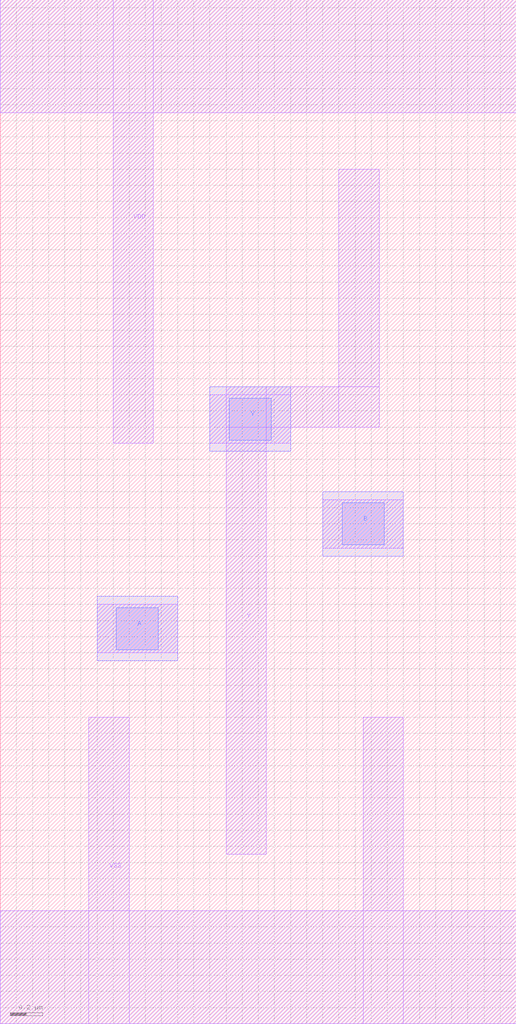
<source format=lef>
# Copyright 2022 Google LLC
# Licensed under the Apache License, Version 2.0 (the "License");
# you may not use this file except in compliance with the License.
# You may obtain a copy of the License at
#
#      http://www.apache.org/licenses/LICENSE-2.0
#
# Unless required by applicable law or agreed to in writing, software
# distributed under the License is distributed on an "AS IS" BASIS,
# WITHOUT WARRANTIES OR CONDITIONS OF ANY KIND, either express or implied.
# See the License for the specific language governing permissions and
# limitations under the License.
VERSION 5.7 ;
BUSBITCHARS "[]" ;
DIVIDERCHAR "/" ;

MACRO gf180mcu_osu_sc_gp9t3v3__nor2_1
  CLASS CORE ;
  ORIGIN 0 0 ;
  FOREIGN gf180mcu_osu_sc_gp9t3v3__nor2_1 0 0 ;
  SIZE 3.2 BY 6.35 ;
  SYMMETRY X Y ;
  SITE gf180mcu_osu_sc_gp9t3v3 ;
  PIN VDD
    DIRECTION INOUT ;
    USE POWER ;
    SHAPE ABUTMENT ;
    PORT
      LAYER Metal1 ;
        RECT 0 5.65 3.2 6.35 ;
        RECT 0.7 3.6 0.95 6.35 ;
    END
  END VDD
  PIN VSS
    DIRECTION INOUT ;
    USE GROUND ;
    SHAPE ABUTMENT ;
    PORT
      LAYER Metal1 ;
        RECT 0 0 3.2 0.7 ;
        RECT 2.25 0 2.5 1.9 ;
        RECT 0.55 0 0.8 1.9 ;
    END
  END VSS
  PIN A
    DIRECTION INPUT ;
    USE SIGNAL ;
    PORT
      LAYER Metal1 ;
        RECT 0.6 2.3 1.1 2.6 ;
      LAYER Metal2 ;
        RECT 0.6 2.25 1.1 2.65 ;
      LAYER Via1 ;
        RECT 0.72 2.32 0.98 2.58 ;
    END
  END A
  PIN B
    DIRECTION INPUT ;
    USE SIGNAL ;
    PORT
      LAYER Metal1 ;
        RECT 2 2.95 2.5 3.25 ;
      LAYER Metal2 ;
        RECT 2 2.9 2.5 3.3 ;
      LAYER Via1 ;
        RECT 2.12 2.97 2.38 3.23 ;
    END
  END B
  PIN Y
    DIRECTION OUTPUT ;
    USE SIGNAL ;
    PORT
      LAYER Metal1 ;
        RECT 2.1 3.7 2.35 5.3 ;
        RECT 1.4 3.7 2.35 3.95 ;
        RECT 1.3 3.6 1.8 3.9 ;
        RECT 1.4 1.05 1.65 3.95 ;
      LAYER Metal2 ;
        RECT 1.3 3.55 1.8 3.95 ;
      LAYER Via1 ;
        RECT 1.42 3.62 1.68 3.88 ;
    END
  END Y
END gf180mcu_osu_sc_gp9t3v3__nor2_1

</source>
